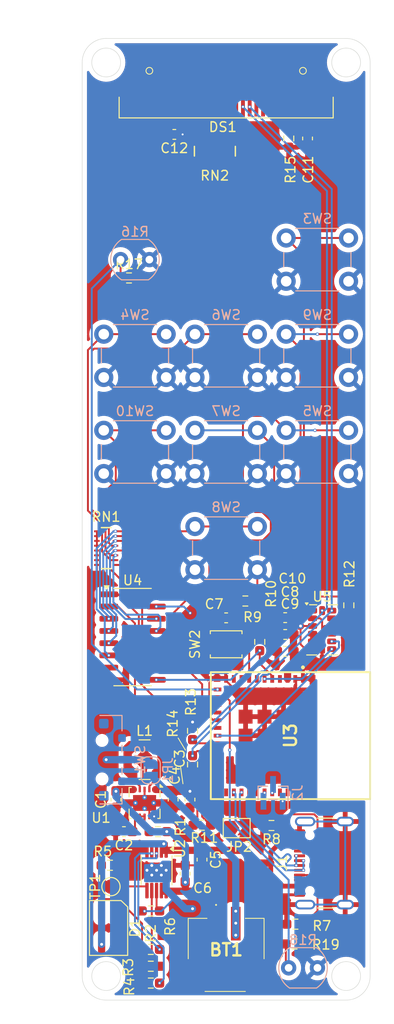
<source format=kicad_pcb>
(kicad_pcb (version 20240108) (generator "pcbnew") (generator_version "8.0")
  (layers (0 "F.Cu" mixed) (31 "B.Cu" mixed) (34 "B.Paste" user) (35 "F.Paste" user) (36 "B.SilkS" user "B.Silkscreen") (37 "F.SilkS" user "F.Silkscreen") (38 "B.Mask" user) (39 "F.Mask" user) (44 "Edge.Cuts" user))
  (net 0 "")
  (net 1 "GND")
  (net 2 "Net-(U1-EN)")
  (net 3 "+3V3")
  (net 4 "/V_{BUS}")
  (net 5 "Net-(U3-EN)")
  (net 6 "Net-(DS1-VCOMH)")
  (net 7 "Net-(D1-GK)")
  (net 8 "Net-(D1-BK)")
  (net 15 "Net-(DS1-IREF)")
  (net 22 "/SDA")
  (net 30 "/SCL")
  (net 31 "Net-(J1-CC1)")
  (net 32 "/D-")
  (net 33 "/D+")
  (net 34 "Net-(J1-CC2)")
  (net 35 "/RX")
  (net 36 "/TX")
  (net 37 "Net-(JP2-A)")
  (net 38 "Net-(U1-L2)")
  (net 39 "Net-(U1-L1)")
  (net 40 "/~{PG}")
  (net 41 "/STAT2")
  (net 42 "/STAT1")
  (net 43 "Net-(U2-PROG)")
  (net 44 "Net-(U2-THERM)")
  (net 45 "/Q7")
  (net 46 "/CP")
  (net 47 "Net-(U5-SDO{slash}ADDR)")
  (net 48 "/LDR1")
  (net 49 "/LDR2")
  (net 50 "/IRQ_{ON}")
  (net 51 "/SH{slash}~{LD}")
  (net 52 "/INT2")
  (net 53 "/INT1")
  (net 57 "Net-(DS1-~{RES})")
  (net 58 "Net-(DS1-BS2)")
  (net 59 "Net-(DS1-~{CS})")
  (net 60 "Net-(DS1-D{slash}~{C})")
  (net 61 "Net-(DS1-BS1)")
  (net 62 "Net-(U4-D1)")
  (net 63 "Net-(U4-D4)")
  (net 64 "Net-(U4-D2)")
  (net 65 "Net-(U4-D5)")
  (net 66 "Net-(U4-D7)")
  (net 67 "Net-(U4-D3)")
  (net 68 "Net-(U4-D6)")
  (net 69 "/V_{BAT}-")
  (net 70 "/V_{BAT}+")
  (net 77 "Net-(D1-BA)")
  (footprint "Jumper:SolderJumper-2_P1.3mm_Open_TrianglePad1.0x1.5mm" (layer "F.Cu") (at 78.6 114.615)
    (property "Reference" "JP2")
    (property "Value" "Boot_Mode")
  )
  (footprint "footprints:RES_YC248_4X1P6_YAG" (layer "F.Cu") (at 65 85.5)
    (property "Reference" "RN1")
    (property "Value" "YC248-JR-074K7L")
  )
  (footprint "Capacitor_SMD:C_0603_1608Metric_Pad1.08x0.95mm_HandSolder" (layer "F.Cu") (at 66.02 111.65 -90)
    (property "Reference" "C1")
    (property "Value" "10uF")
  )
  (footprint "Resistor_SMD:R_0603_1608Metric_Pad0.98x0.95mm_HandSolder" (layer "F.Cu") (at 69.65 127.23)
    (property "Reference" "R2")
    (property "Value" "100")
  )
  (footprint "Resistor_SMD:R_0603_1608Metric_Pad0.98x0.95mm_HandSolder" (layer "F.Cu") (at 82.22 114.345 180)
    (property "Reference" "R8")
    (property "Value" "5.1K")
  )
  (footprint "Package_SO:MSOP-10_3x3mm_P0.5mm" (layer "F.Cu") (at 70.25 119 -90)
    (property "Reference" "U2")
    (property "Value" "MCP73833-AMI/UN")
  )
  (footprint "Capacitor_SMD:C_0603_1608Metric_Pad1.08x0.95mm_HandSolder" (layer "F.Cu") (at 83.65 92.73 180)
    (property "Reference" "C10")
    (property "Value" "10uF")
  )
  (footprint "footprints:S2BPHSM4TBLFSN" (layer "F.Cu") (at 77.5 127.8 180)
    (property "Reference" "BT1")
    (property "Value" "Li-Po" (hide yes))
  )
  (footprint "Package_LGA:LGA-14_3x5mm_P0.8mm_LayoutBorder1x6y" (layer "F.Cu") (at 87.5 94)
    (property "Reference" "U5")
    (property "Value" "ADXL345BCCZ")
  )
  (footprint "Resistor_SMD:R_0603_1608Metric_Pad0.98x0.95mm_HandSolder" (layer "F.Cu") (at 90.28 91.445 90)
    (property "Reference" "R12")
    (property "Value" "4.7K")
  )
  (footprint "Resistor_SMD:R_0603_1608Metric_Pad0.98x0.95mm_HandSolder" (layer "F.Cu") (at 74 108 -90)
    (property "Reference" "R14")
    (property "Value" "4.7K")
  )
  (footprint "Resistor_SMD:R_0603_1608Metric_Pad0.98x0.95mm_HandSolder" (layer "F.Cu") (at 67.38 57.405)
    (property "Reference" "R17")
    (property "Value" "10K")
  )
  (footprint "Resistor_SMD:R_0603_1608Metric_Pad0.98x0.95mm_HandSolder" (layer "F.Cu") (at 69.65 128.98)
    (property "Reference" "R3")
    (property "Value" "100")
  )
  (footprint "Display:OLED-128O064D" (layer "F.Cu") (at 77.5 39.613)
    (property "Reference" "DS1")
    (property "Value" "OLED-128O064D")
  )
  (footprint "Custom:LED_MP001251_3.5x2.8mm" (layer "F.Cu") (at 65.25 125 90)
    (property "Reference" "D1")
    (property "Value" "MP001251")
  )
  (footprint "Capacitor_SMD:C_0603_1608Metric_Pad1.08x0.95mm_HandSolder" (layer "F.Cu") (at 71.98 111.65 -90)
    (property "Reference" "C4")
    (property "Value" "10uF")
  )
  (footprint "Button_Switch_SMD:SW_SPST_B3U-1000P" (layer "F.Cu") (at 77.5 95.5)
    (property "Reference" "SW2")
    (property "Value" "SW_Push")
  )
  (footprint "Resistor_SMD:R_0603_1608Metric_Pad0.98x0.95mm_HandSolder" (layer "F.Cu") (at 74 104.5 90)
    (property "Reference" "R13")
    (property "Value" "4.7K")
  )
  (footprint "Custom:L_Coilcraft_LPS4012" (layer "F.Cu") (at 69 107.5)
    (property "Reference" "L1")
    (property "Value" "LPS4012-222MRC")
  )
  (footprint "Resistor_SMD:R_0603_1608Metric_Pad0.98x0.95mm_HandSolder" (layer "F.Cu") (at 84.02 42.9 -90)
    (property "Reference" "R15")
    (property "Value" "24K")
  )
  (footprint "Capacitor_SMD:C_0603_1608Metric_Pad1.08x0.95mm_HandSolder" (layer "F.Cu") (at 77.5 92.75)
    (property "Reference" "C7")
    (property "Value" "0.1uF")
  )
  (footprint "Capacitor_SMD:C_0603_1608Metric_Pad1.08x0.95mm_HandSolder" (layer "F.Cu") (at 72.1 42.48 180)
    (property "Reference" "C12")
    (property "Value" "4.7uF")
  )
  (footprint "footprints:RES_YC248_4X1P6_YAG" (layer "F.Cu") (at 76.325 44.225 90)
    (property "Reference" "RN2")
    (property "Value" "YC248-JR-074K7L")
  )
  (footprint "Package_SON:Texas_DRC0010J_ThermalVias" (layer "F.Cu") (at 69 112 -90)
    (property "Reference" "U1")
    (property "Value" "TPS63001")
  )
  (footprint "Capacitor_SMD:C_0603_1608Metric_Pad1.08x0.95mm_HandSolder" (layer "F.Cu") (at 85.98 42.9 90)
    (property "Reference" "C11")
    (property "Value" "4.7uF")
  )
  (footprint "Resistor_SMD:R_0603_1608Metric_Pad0.98x0.95mm_HandSolder" (layer "F.Cu") (at 70.4 114.98 180)
    (property "Reference" "R1")
    (property "Value" "100")
  )
  (footprint "Capacitor_SMD:C_0603_1608Metric_Pad1.08x0.95mm_HandSolder" (layer "F.Cu") (at 73.23 119.35 90)
    (property "Reference" "C6")
    (property "Value" "1uF")
  )
  (footprint "Resistor_SMD:R_0603_1608Metric_Pad0.98x0.95mm_HandSolder" (layer "F.Cu") (at 69.65 123.23 180)
    (property "Reference" "R6")
    (property "Value" "10K")
  )
  (footprint "Resistor_SMD:R_0603_1608Metric_Pad0.98x0.95mm_HandSolder" (layer "F.Cu") (at 79.5 91 180)
    (property "Reference" "R9")
    (property "Value" "10K")
  )
  (footprint "Resistor_SMD:R_0603_1608Metric_Pad0.98x0.95mm_HandSolder" (layer "F.Cu") (at 69.65 130.73 180)
    (property "Reference" "R4")
    (property "Value" "150")
  )
  (footprint "Capacitor_SMD:C_0603_1608Metric_Pad1.08x0.95mm_HandSolder" (layer "F.Cu") (at 66.85 114.98 180)
    (property "Reference" "C2")
    (property "Value" "0.1uF")
  )
  (footprint "ESP32-C3-MINI-1-N4:ESP32C3MINI1N4" (layer "F.Cu") (at 81.5 105 -90)
    (property "Reference" "U3")
    (property "Value" "ESP32-C3-MINI-1-N4" (hide yes))
  )
  (footprint "Package_SO:SOIC-16_3.9x9.9mm_P1.27mm" (layer "F.Cu") (at 67.75 94.75)
    (property "Reference" "U4")
    (property "Value" "MC74HC165ADG")
  )
  (footprint "Capacitor_SMD:C_0603_1608Metric_Pad1.08x0.95mm_HandSolder" (layer "F.Cu") (at 83.65 94.48)
    (property "Reference" "C8")
    (property "Value" "10uF")
  )
  (footprint "Resistor_SMD:R_0603_1608Metric_Pad0.98x0.95mm_HandSolder" (layer "F.Cu") (at 84.63 126.665)
    (property "Reference" "R19")
    (property "Value" "10K")
  )
  (footprint "Capacitor_SMD:C_0603_1608Metric_Pad1.08x0.95mm_HandSolder" (layer "F.Cu") (at 83.65 96.23)
    (property "Reference" "C9")
    (property "Value" "0.1uF")
  )
  (footprint "Capacitor_SMD:C_0603_1608Metric_Pad1.08x0.95mm_HandSolder" (layer "F.Cu") (at 74.985 117.89 -90)
    (property "Reference" "C5")
    (property "Value" "1uF")
  )
  (footprint "Resistor_SMD:R_0603_1608Metric_Pad0.98x0.95mm_HandSolder" (layer "F.Cu") (at 84.72 124.605 180)
    (property "Reference" "R7")
    (property "Value" "5.1K")
  )
  (footprint "Resistor_SMD:R_0603_1608Metric_Pad0.98x0.95mm_HandSolder" (layer "F.Cu") (at 81 95.25 -90)
    (property "Reference" "R10")
    (property "Value" "10K")
  )
  (footprint "Connector_USB:USB_C_Receptacle_GCT_USB4105-xx-A_16P_TopMnt_Horizontal" (layer "F.Cu") (at 88.825 118.25 90)
    (property "Reference" "J1")
    (property "Value" "USB4105-GF-A")
  )
  (footprint "Resistor_SMD:R_0603_1608Metric_Pad0.98x0.95mm_HandSolder" (layer "F.Cu") (at 74.97 114.315)
    (property "Reference" "R11")
    (property "Value" "10K")
  )
  (footprint "TestPoint:TestPoint_Pad_D1.5mm" (layer "F.Cu") (at 65.5 120.7 90)
    (property "Reference" "TP1")
    (property "Value" "TestPoint")
  )
  (footprint "Capacitor_SMD:C_0603_1608Metric_Pad1.08x0.95mm_HandSolder" (layer "F.Cu") (at 73.73 111.65 -90)
    (property "Reference" "C3")
    (property "Value" "10uF")
  )
  (footprint "Resistor_SMD:R_0603_1608Metric_Pad0.98x0.95mm_HandSolder" (layer "F.Cu") (at 65.4 118.48)
    (property "Reference" "R5")
    (property "Value" "1K")
  )
  (footprint "Button_Switch_THT:SW_PUSH_6mm_H4.3mm" (layer "B.Cu") (at 90.25 53.25 180)
    (property "Reference" "SW3")
    (property "Value" "ON/OFF")
  )
  (footprint "OptoDevice:R_LDR_5.0x4.1mm_P3mm_Vertical" (layer "B.Cu") (at 87.01 129.145 180)
    (property "Reference" "R18")
    (property "Value" "LDR")
  )
  (footprint "Jumper:SolderJumper-2_P1.3mm_Open_RoundedPad1.0x1.5mm" (layer "B.Cu") (at 69.635 108.61 90)
    (property "Reference" "JP1")
    (property "Value" "EN_{PERM}")
  )
  (footprint "Button_Switch_THT:SW_PUSH_6mm_H4.3mm" (layer "B.Cu") (at 80.75 83.25 180)
    (property "Reference" "SW8")
    (property "Value" "DOWN")
  )
  (footprint "Button_Switch_THT:SW_PUSH_6mm_H4.3mm" (layer "B.Cu") (at 71.25 73.25 180)
    (property "Reference" "SW10")
    (property "Value" "RIGHT")
  )
  (footprint "Connector_PinHeader_1.00mm:PinHeader_1x03_P1.00mm_Vertical_SMD_Pin1Left" (layer "B.Cu") (at 82.385 110.95 90)
    (property "Reference" "J2")
    (property "Value" "Conn_UART")
  )
  (footprint "OptoDevice:R_LDR_5.0x4.1mm_P3mm_Vertical" (layer "B.Cu") (at 69.5 55.5 180)
    (property "Reference" "R16")
    (property "Value" "LDR")
  )
  (footprint "Button_Switch_THT:SW_PUSH_6mm_H4.3mm" (layer "B.Cu") (at 90.25 63.25 180)
    (property "Reference" "SW9")
    (property "Value" "BACK")
  )
  (footprint "Button_Switch_THT:SW_PUSH_6mm_H4.3mm" (layer "B.Cu") (at 90.25 73.25 180)
    (property "Reference" "SW5")
    (property "Value" "LEFT")
  )
  (footprint "Button_Switch_THT:SW_PUSH_6mm_H4.3mm" (layer "B.Cu") (at 80.75 63.25 180)
    (property "Reference" "SW6")
    (property "Value" "UP")
  )
  (footprint "Button_Switch_THT:SW_PUSH_6mm_H4.3mm" (layer "B.Cu") (at 71.25 63.25 180)
    (property "Reference" "SW4")
    (property "Value" "MENU")
  )
  (footprint "Button_Switch_THT:SW_PUSH_6mm_H4.3mm" (layer "B.Cu") (at 80.75 73.25 180)
    (property "Reference" "SW7")
    (property "Value" "OK")
  )
  (footprint "Custom:SW_SPDT_CK_JS102011SAQN" (layer "B.Cu") (at 64.75 107.5 90)
    (property "Reference" "SW1")
    (property "Value" "JS102000SAQN")
  )
  (gr_line (start 72.75 108.25) (end 73 110) (stroke (width 0.1)) (layer "F.SilkS"))
  (gr_line (start 72.5 105.25) (end 73.25 106.5) (stroke (width 0.1)) (layer "F.SilkS"))
  (gr_circle (center 90 35) (end 90 36.5) (stroke (width 0.05)) (fill none) (layer "Edge.Cuts"))
  (gr_line (start 65 132.5) (end 90 132.5) (stroke (width 0.05)) (layer "Edge.Cuts"))
  (gr_circle (center 90 130) (end 90 131.5) (stroke (width 0.05)) (fill none) (layer "Edge.Cuts"))
  (gr_circle (center 65 35) (end 65 36.5) (stroke (width 0.05)) (fill none) (layer "Edge.Cuts"))
  (gr_arc (start 62.5 35) (mid 63.232233 33.232233) (end 65 32.5) (stroke (width 0.05)) (layer "Edge.Cuts"))
  (gr_line (start 92.5 130) (end 92.5 35) (stroke (width 0.05)) (layer "Edge.Cuts"))
  (gr_line (start 90 32.5) (end 65 32.5) (stroke (width 0.05)) (layer "Edge.Cuts"))
  (gr_arc (start 90 32.5) (mid 91.767767 33.232233) (end 92.5 35) (stroke (width 0.05)) (layer "Edge.Cuts"))
  (gr_line (start 62.5 35) (end 62.5 130) (stroke (width 0.05)) (layer "Edge.Cuts"))
  (gr_arc (start 65 132.5) (mid 63.232233 131.767767) (end 62.5 130) (stroke (width 0.05)) (layer "Edge.Cuts"))
  (gr_circle (center 65 130) (end 65 131.5) (stroke (width 0.05)) (fill none) (layer "Edge.Cuts"))
  (gr_arc (start 92.5 130) (mid 91.767767 131.767767) (end 90 132.5) (stroke (width 0.05)) (layer "Edge.Cuts"))
  (segment (start 69 110.6) (end 69 111.425) (width 0.2) (layer "F.Cu") (net 1))
  (segment (start 76.075 46.175) (end 76 46.25) (width 0.2) (layer "F.Cu") (net 1))
  (segment (start 75.75 101.25) (end 75.75 99.5) (width 0.2) (layer "F.Cu") (net 1))
  (segment (start 87.25 94.4) (end 87.5 94.65) (width 0.2) (layer "F.Cu") (net 1))
  (segment (start 76.3 101.8) (end 75.75 101.25) (width 0.2) (layer "F.Cu") (net 1))
  (segment (start 73.23 118.4875) (end 74.72 118.4875) (width 0.2) (layer "F.Cu") (net 1))
  (segment (start 66.02 112.5125) (end 66.5325 112) (width 0.75) (layer "F.Cu") (net 1))
  (segment (start 76.075 45.1902) (end 76.075 46.175) (width 0.2) (layer "F.Cu") (net 1))
  (segment (start 77.5 99.3) (end 79.525 101.325) (width 0.2) (layer "F.Cu") (net 1))
  (segment (start 77.575 45.1902) (end 77.575 46.175) (width 0.2) (layer "F.Cu") (net 1))
  (segment (start 76.6 101.8) (end 76.3 101.8) (width 0.2) (layer "F.Cu") (net 1))
  (segment (start 87.5 93) (end 87.5 94.5) (width 0.2) (layer "F.Cu") (net 1))
  (segment (start 64.0348 88.2152) (end 64 88.25) (width 0.2) (layer "F.Cu") (net 1))
  (segment (start 89.65 93.6) (end 89.75 93.5) (width 0.2) (layer "F.Cu") (net 1))
  (segment (start 87.2 95.2) (end 87.5 95.5) (width 0.2) (layer "F.Cu") (net 1))
  (segment (start 75.75 99.5) (end 76.2 99.05) (width 0.2) (layer "F.Cu") (net 1))
  (segment (start 69.5 113.4) (end 69.5 112.5) (width 0.2) (layer "F.Cu") (net 1))
  (segment (start 64.0348 83.750001) (end 64.0348 88.2152) (width 0.2) (layer "F.Cu") (net 1))
  (segment (start 87.5 95.5) (end 87.5 96) (width 0.2) (layer "F.Cu") (net 1))
  (segment (start 69.5 112.5) (end 69 112) (width 0.2) (layer "F.Cu") (net 1))
  (segment (start 88.5 93.6) (end 87.75 93.6) (width 0.2) (layer "F.Cu") (net 1))
  (segment (start 88.5 93.6) (end 89.65 93.6) (width 0.2) (layer "F.Cu") (net 1))
  (segment (start 76.2 99.05) (end 76.55 99.05) (width 0.2) (layer "F.Cu") (net 1))
  (segment (start 68.7375 123.23) (end 68.98 123.23) (width 0.2) (layer "F.Cu") (net 1))
  (segment (start 87.5 94.5) (end 87.5 95) (width 0.2) (layer "F.Cu") (net 1))
  (segment (start 86.5 95.2) (end 87.2 95.2) (width 0.2) (layer "F.Cu") (net 1))
  (segment (start 68.98 123.23) (end 69 123.25) (width 0.2) (layer "F.Cu") (net 1))
  (segment (start 87.75 93.6) (end 87.5 93.85) (width 0.2) (layer "F.Cu") (net 1))
  (segment (start 87.3 92.8) (end 87.5 93) (width 0.2) (layer "F.Cu") (net 1))
  (segment (start 72.25 39.613) (end 72.25 41.25) (width 0.2) (layer "F.Cu") (net 1))
  (segment (start 79.525 101.325) (end 79.525 103.025) (width 0.2) (layer "F.Cu") (net 1))
  (segment (start 74.72 118.4875) (end 74.985 118.7525) (width 0.2) (layer "F.Cu") (net 1))
  (segment (start 78.074999 45.1902) (end 78.074999 46.175001) (width 0.2) (layer "F.Cu") (net 1))
  (segment (start 71.4675 112) (end 71.98 112.5125) (width 0.75) (layer "F.Cu") (net 1))
  (segment (start 77.575 46.175) (end 77.5 46.25) (width 0.2) (layer "F.Cu") (net 1))
  (segment (start 77.5 99.1) (end 77.5 99.3) (width 0.2) (layer "F.Cu") (net 1))
  (segment (start 66.5325 112) (end 68.05 112) (width 0.75) (layer "F.Cu") (net 1))
  (segment (start 87.5 95) (end 87.5 96) (width 0.2) (layer "F.Cu") (net 1))
  (segment (start 69.95 112) (end 71.4675 112) (width 0.75) (layer "F.Cu") (net 1))
  (segment (start 86.5 94.4) (end 87.25 94.4) (width 0.2) (layer "F.Cu") (net 1))
  (segment (start 87.5 93.85) (end 87.5 94.5) (width 0.2) (layer "F.Cu") (net 1))
  (segment (start 87.5 94.65) (end 87.5 95) (width 0.2) (layer "F.Cu") (net 1))
  (segment (start 68.25 116.8875) (end 69.05 116.8875) (width 0.75) (layer "F.Cu") (net 1))
  (segment (start 78.074999 46.175001) (end 78 46.25) (width 0.2) (layer "F.Cu") (net 1))
  (segment (start 86.5 92.8) (end 87.3 92.8) (width 0.2) (layer "F.Cu") (net 1))
  (via (at 70.75 119.5) (size 0.6) (drill 0.3) (layers "F.Cu" "B.Cu") (net 1))
  (via (at 65 107.5) (size 0.6) (drill 0.3) (layers "F.Cu" "B.Cu") (net 1))
  (via (at 69.75 119.5) (size 0.6) (drill 0.3) (layers "F.Cu" "B.Cu") (net 1))
  (via (at 70.25 119) (size 0.6) (drill 0.3) (layers "F.Cu" "B.Cu") (net 1))
  (via (at 69.75 118.5) (size 0.6) (drill 0.3) (layers "F.Cu" "B.Cu") (net 1))
  (via (at 73.75 92.25) (size 0.35) (drill 0.2) (layers "F.Cu" "B.Cu") (net 1))
  (via (at 70.75 118.5) (size 0.6) (drill 0.3) (layers "F.Cu" "B.Cu") (net 1))
  (via (at 74 123) (size 0.6) (drill 0.3) (layers "F.Cu" "B.Cu") (net 1))
  (via (at 69.25 119) (size 0.6) (drill 0.3) (layers "F.Cu" "B.Cu") (net 1))
  (via (at 69 123.25) (size 0.35) (drill 0.2) (layers "F.Cu" "B.Cu") (net 1))
  (via (at 71.25 119) (size 0.6) (drill 0.3) (layers "F.Cu" "B.Cu") (net 1))
  (via (at 83.385 111.825) (size 0.35) (drill 0.2) (layers "F.Cu" "B.Cu") (net 1))
  (via (at 70.225 91.575) (size 0.35) (drill 0.2) (layers "F.Cu" "B.Cu") (net 1))
  (segment (start 69 123.25) (end 70.75 123.25) (width 0.2) (layer "B.Cu") (net 1))
  (segment (start 71.25 119) (end 71.25 121) (width 0.75) (layer "B.Cu") (net 1))
  (segment (start 73.075 91.575) (end 73.75 92.25) (width 0.2) (layer "B.Cu") (net 1))
  (segment (start 85.72 113.93) (end 89.9 113.93) (width 0.2) (layer "B.Cu") (net 1))
  (segment (start 70.75 123.25) (end 72.125 121.875) (width 0.2) (layer "B.Cu") (net 1))
  (segment (start 73.25 123) (end 73.75 123) (width 0.75) (layer "B.Cu") (net 1))
  (segment (start 72.125 121.875) (end 73.25 123) (width 0.75) (layer "B.Cu") (net 1))
  (segment (start 66.65 107.5) (end 65 107.5) (width 0.75) (layer "B.Cu") (net 1))
  (segment (start 89.9 122.57) (end 89.9 113.93) (width 0.2) (layer "B.Cu") (net 1))
  (segment (start 69.175 107.5) (end 69.635 107.96) (width 0.75) (layer "B.Cu") (net 1))
  (segment (start 70.225 91.575) (end 73.075 91.575) (width 0.2) (layer "B.Cu") (net 1))
  (segment (start 73.75 123) (end 74 123) (width 0.75) (layer "B.Cu") (net 1))
  (segment (start 85.72 122.57) (end 89.9 122.57) (width 0.2) (layer "B.Cu") (net 1))
  (segment (start 71.25 121) (end 72.125 121.875) (width 0.75) (layer "B.Cu") (net 1))
  (segment (start 66.65 107.5) (end 69.175 107.5) (width 0.75) (layer "B.Cu") (net 1))
  (segment (start 69 114.4925) (end 69.4875 114.98) (width 0.2) (layer "F.Cu") (net 2))
  (segment (start 68 113.4) (end 69 113.4) (width 0.2) (layer "F.Cu") (net 2))
  (segment (start 68 114.6925) (end 68 113.4) (width 0.2) (layer "F.Cu") (net 2))
  (segment (start 69 113.4) (end 69 114.4925) (width 0.2) (layer "F.Cu") (net 2))
  (segment (start 67.7125 114.98) (end 68 114.6925) (width 0.2) (layer "F.Cu") (net 2))
  (segment (start 76.626901 44.25) (end 76 44.25) (width 0.2) (layer "F.Cu") (net 3))
  (segment (start 80.4125 93.75) (end 81 94.3375) (width 0.2) (layer "F.Cu") (net 3))
  (segment (start 75.574999 44.675001) (end 75.574999 45.1902) (width 0.2) (layer "F.Cu") (net 3))
  (segment (start 80.75 87.75) (end 80.75 90.6625) (width 0.2) (layer "F.Cu") (net 3))
  (segment (start 71.695 90.305) (end 74.25 87.75) (width 0.2) (layer "F.Cu") (net 3))
  (segment (start 85.25 93.6) (end 85.25 92.5) (width 0.2) (layer "F.Cu") (net 3))
  (segment (start 72.95 42.025) (end 72.95 39.613) (width 0.2) (layer "F.Cu") (net 3))
  (segment (start 73.73 110.7875) (end 73.7125 110.7875) (width 0.2) (layer "F.Cu") (net 3))
  (segment (start 73.73 110.7875) (end 71.98 110.7875) (width 0.75) (layer "F.Cu") (net 3))
  (segment (start 85.25 95.5) (end 85.75 96) (width 0.2) (layer "F.Cu") (net 3))
  (segment (start 70.225 90.305) (end 71.695 90.305) (width 0.2) (layer "F.Cu") (net 3))
  (segment (start 85.75 96) (end 86.5 96) (width 0.2) (layer "F.Cu") (net 3))
  (segment (start 84.5125 97.6375) (end 83.9 98.25) (width 0.75) (layer "F.Cu") (net 3))
  (segment (start 85.25 92.5) (end 85.25 91) (width 0.2) (layer "F.Cu") (net 3))
  (segment (start 84.5125 93.6) (end 85.25 93.6) (width 0.75) (layer "F.Cu") (net 3))
  (segment (start 74.0575 114.315) (end 74.5 113.8725) (width 0.2) (layer "F.Cu") (net 3))
  (segment (start 85.25 93.6) (end 86.5 93.6) (width 0.2) (layer "F.Cu") (net 3))
  (segment (start 74 108.9125) (end 74 110.5175) (width 0.75) (layer "F.Cu") (net 3))
  (segment (start 72.9625 42.48) (end 74.7325 44.25) (width 0.2) (layer "F.Cu") (net 3))
  (segment (start 84.5125 92.73) (end 84.5125 97.6375) (width 0.75) (layer "F.Cu") (net 3))
  (segment (start 72.9625 42.48) (end 72.9625 42.0375) (width 0.2) (layer "F.Cu") (net 3))
  (segment (start 85.25 93.6) (end 85.25 95.5) (width 0.2) (layer "F.Cu") (net 3))
  (segment (start 80.75 90.6625) (end 80.4125 91) (width 0.2) (layer "F.Cu") (net 3))
  (segment (start 76 44.25) (end 75.574999 44.675001) (width 0.2) (layer "F.Cu") (net 3))
  (segment (start 77.075001 44.6981) (end 76.626901 44.25) (width 0.2) (layer "F.Cu") (net 3))
  (segment (start 85.75 92) (end 86.5 92) (width 0.2) (layer "F.Cu") (net 3))
  (segment (start 74.7325 44.25) (end 76 44.25) (width 0.2) (layer "F.Cu") (net 3))
  (segment (start 85.7175 90.5325) (end 90.28 90.5325) (width 0.2) (layer "F.Cu") (net 3))
  (segment (start 85.25 92.5) (end 85.75 92) (width 0.2) (layer "F.Cu") (net 3))
  (segment (start 77.075001 45.1902) (end 77.075001 44.6981) (width 0.2) (layer "F.Cu") (net 3))
  (segment (start 74.5 113.8725) (end 74.5 111.5575) (width 0.2) (layer "F.Cu") (net 3))
  (segment (start 83.9 98.25) (end 83.9 99.1) (width 0.75) (layer "F.Cu") (net 3))
  (segment (start 74.5 111.5575) (end 73.73 110.7875) (width 0.2) (layer "F.Cu") (net 3))
  (segment (start 80.4125 91) (end 80.4125 93.75) (width 0.2) (layer "F.Cu") (net 3))
  (segment (start 74 110.5175) (end 73.73 110.7875) (width 0.75) (layer "F.Cu") (net 3))
  (segment (start 71.98 110.7875) (end 71.7925 110.6) (width 0.75) (layer "F.Cu") (net 3))
  (segment (start 85.25 91) (end 85.7175 90.5325) (width 0.2) (layer "F.Cu") (net 3))
  (segment (start 71.7925 110.6) (end 70.145 110.6) (width 0.75) (layer "F.Cu") (net 3))
  (segment (start 72.9625 42.0375) (end 72.95 42.025) (width 0.2) (layer "F.Cu") (net 3))
  (via (at 72.9625 42.48) (size 0.35) (drill 0.2) (layers "F.Cu" "B.Cu") (net 3))
  (via (at 85.25 93.6) (size 0.6) (drill 0.3) (layers "F.Cu" "B.Cu") (net 3))
  (via (at 73.73 110.7875) (size 0.6) (drill 0.3) (layers "F.Cu" "B.Cu") (net 3))
  (via (at 74 103.5875) (size 0.6) (drill 0.3) (layers "F.Cu" "B.Cu") (net 3))
  (via (at 70 113.4) (size 0.35) (drill 0.2) (layers "F.Cu" "B.Cu") (net 3))
  (segment (start 82.14617 118.25) (end 82.14617 119.39617) (width 0.5) (layer "F.Cu") (net 4))
  (segment (start 82.14617 118.25) (end 82.14617 117.10383) (width 0.5) (layer "F.Cu") (net 4))
  (segment (start 82.14617 117.10383) (end 83.4 115.85) (width 0.5) (layer "F.Cu") (net 4))
  (segment (start 83.4 120.65) (end 85.145 120.65) (width 0.5) (layer "F.Cu") (net 4))
  (segment (start 80.75 118.25) (end 79.425 116.925) (width 0.75) (layer "F.Cu") (net 4))
  (segment (start 79.425 116.925) (end 70.95 116.925) (width 0.75) (layer "F.Cu") (net 4))
  (segment (start 71 116.25) (end 71 116.875) (width 0.75) (layer "F.Cu") (net 4))
  (segment (start 82.14617 118.25) (end 80.75 118.25) (width 0.75) (layer "F.Cu") (net 4))
  (segment (start 83.4 115.85) (end 85.145 115.85) (width 0.5) (layer "F.Cu") (net 4))
  (segment (start 82.14617 119.39617) (end 83.4 120.65) (width 0.5) (layer "F.Cu") (net 4))
  (via (at 71 116.25) (size 0.6) (drill 0.3) (layers "F.Cu" "B.Cu") (net 4))
  (via (at 64.525 126.7) (size 0.6) (drill 0.3) (layers "F.Cu" "B.Cu") (net 4))
  (segment (start 64.525 126.7) (end 64.525 117.225) (width 0.75) (layer "B.Cu") (net 4))
  (segment (start 64.525 117.225) (end 65.5 116.25) (width 0.75) (layer "B.Cu") (net 4))
  (segment (start 65.5 116.25) (end 71 116.25) (width 0.75) (layer "B.Cu") (net 4))
  (segment (start 78.3625 92.75) (end 78.3625 94.6625) (width 0.2) (layer "F.Cu") (net 5))
  (segment (start 79.2 95.5) (end 79.9 96.2) (width 0.2) (layer "F.Cu") (net 5))
  (segment (start 78.5875 92.525) (end 78.3625 92.75) (width 0.2) (layer "F.Cu") (net 5))
  (segment (start 78.3625 94.6625) (end 79.2 95.5) (width 0.2) (layer "F.Cu") (net 5))
  (segment (start 79.9 96.2) (end 79.9 99.1) (width 0.2) (layer "F.Cu") (net 5))
  (segment (start 78.5875 91) (end 78.5875 92.525) (width 0.2) (layer "F.Cu") (net 5))
  (segment (start 85.55 39.613) (end 85.55 41.6075) (width 0.2) (layer "F.Cu") (net 6))
  (segment (start 85.55 41.6075) (end 85.98 42.0375) (width 0.2) (layer "F.Cu") (net 6))
  (segment (start 65.975 127.9675) (end 68.7375 130.73) (width 0.2) (layer "F.Cu") (net 7))
  (segment (start 65.975 126.7) (end 65.975 127.9675) (width 0.2) (layer "F.Cu") (net 7))
  (segment (start 67 127.2425) (end 68.7375 128.98) (width 0.2) (layer "F.Cu") (net 8))
  (segment (start 67 124.325) (end 67 127.2425) (width 0.2) (layer "F.Cu") (net 8))
  (segment (start 65.975 123.3) (end 67 124.325) (width 0.2) (layer "F.Cu") (net 8))
  (segment (start 84.85 39.613) (end 84.85 41.1575) (width 0.2) (layer "F.Cu") (net 15))
  (segment (start 84.85 41.1575) (end 84.02 41.9875) (width 0.2) (layer "F.Cu") (net 15))
  (segment (start 74 107.0875) (end 74 107.0875) (width 0.2) (layer "F.Cu") (net 22))
  (segment (start 74 107.0875) (end 74.4875 106.6) (width 0.2) (layer "F.Cu") (net 22))
  (segment (start 74.4875 106.6) (end 76.6 106.6) (width 0.2) (layer "F.Cu") (net 22))
  (via (at 74 107.0875) (size 0.35) (drill 0.2) (layers "F.Cu" "B.Cu") (net 22))
  (via (at 88.5 92) (size 0.35) (drill 0.2) (layers "F.Cu" "B.Cu") (net 22))
  (via (at 79.95 39.613) (size 0.35) (drill 0.2) (layers "F.Cu" "B.Cu") (net 22))
  (segment (start 81.825 98.675) (end 88.5 92) (width 0.2) (layer "B.Cu") (net 22))
  (segment (start 81.075 99.276041) (end 81.075 98.923958) (width 0.2) (layer "B.Cu") (net 22))
  (segment (start 81.323958 98.675) (end 81.825 98.675) (width 0.2) (layer "B.Cu") (net 22))
  (segment (start 74 107.0875) (end 74 106.351041) (width 0.2) (layer "B.Cu") (net 22))
  (segment (start 88.5 48.163) (end 79.95 39.613) (width 0.2) (layer "B.Cu") (net 22))
  (segment (start 88.5 92) (end 88.5 48.163) (width 0.2) (layer "B.Cu") (net 22))
  (segment (start 81.075 98.923958) (end 81.323958 98.675) (width 0.2) (layer "B.Cu") (net 22))
  (segment (start 74 106.351041) (end 81.075 99.276041) (width 0.2) (layer "B.Cu") (net 22))
  (segment (start 74 105.4125) (end 74.3875 105.8) (width 0.2) (layer "F.Cu") (net 30))
  (segment (start 74.3875 105.8) (end 76.6 105.8) (width 0.2) (layer "F.Cu") (net 30))
  (via (at 79.25 39.613) (size 0.35) (drill 0.2) (layers "F.Cu" "B.Cu") (net 30))
  (via (at 87.5 92) (size 0.35) (drill 0.2) (layers "F.Cu" "B.Cu") (net 30))
  (via (at 74 105.4125) (size 0.35) (drill 0.2) (layers "F.Cu" "B.Cu") (net 30))
  (segment (start 81.425 98.325) (end 87.5 92.25) (width 0.2) (layer "B.Cu") (net 30))
  (segment (start 88 91.75) (end 87.75 92) (width 0.2) (layer "B.Cu") (net 30))
  (segment (start 74.3375 105.4125) (end 80.725 99.025) (width 0.2) (layer "B.Cu") (net 30))
  (segment (start 87.75 92) (end 87.5 92) (width 0.2) (layer "B.Cu") (net 30))
  (segment (start 74 105.4125) (end 74.3375 105.4125) (width 0.2) (layer "B.Cu") (net 30))
  (segment (start 80.725 98.775) (end 81.175 98.325) (width 0.2) (layer "B.Cu") (net 30))
  (segment (start 87.5 92.25) (end 87.5 92) (width 0.2) (layer "B.Cu") (net 30))
  (segment (start 79.25 39.613) (end 88 48.363) (width 0.2) (layer "B.Cu") (net 30))
  (segment (start 88 48.363) (end 88 91.75) (width 0.2) (layer "B.Cu") (net 30))
  (segment (start 80.725 99.025) (end 80.725 98.775) (width 0.2) (layer "B.Cu") (net 30))
  (segment (start 81.175 98.325) (end 81.425 98.325) (width 0.2) (layer "B.Cu") (net 30))
  (segment (start 87.02 123.2175) (end 87.02 120.52) (width 0.2) (layer "F.Cu") (net 31))
  (segment (start 86 119.5) (end 85.145 119.5) (width 0.2) (layer "F.Cu") (net 31))
  (segment (start 87.02 120.52) (end 86 119.5) (width 0.2) (layer "F.Cu") (net 31))
  (segment (start 85.6325 124.605) (end 87.02 123.2175) (width 0.2) (layer "F.Cu") (net 31))
  (via (at 85.55 118) (size 0.35) (drill 0.2) (layers "F.Cu" "B.Cu") (net 32))
  (via (at 78.3 110.9) (size 0.35) (drill 0.2) (layers "F.Cu" "B.Cu") (net 32))
  (via (at 85.55 119) (size 0.35) (drill 0.2) (layers "F.Cu" "B.Cu") (net 32))
  (segment (start 83.6818 119) (end 85.55 119) (width 0.2) (layer "B.Cu") (net 32))
  (segment (start 85.55 118) (end 85.55 119) (width 0.2) (layer "B.Cu") (net 32))
  (segment (start 78.474999 111.074999) (end 78.474999 113.793199) (width 0.2) (layer "B.Cu") (net 32))
  (segment (start 78.3 110.9) (end 78.474999 111.074999) (width 0.2) (layer "B.Cu") (net 32))
  (segment (start 78.474999 113.793199) (end 83.6818 119) (width 0.2) (layer "B.Cu") (net 32))
  (via (at 84.8 117.5) (size 0.35) (drill 0.2) (layers "F.Cu" "B.Cu") (net 33))
  (via (at 84.8 118.5) (size 0.35) (drill 0.2) (layers "F.Cu" "B.Cu") (net 33))
  (via (at 79.1 110.9) (size 0.35) (drill 0.2) (layers "F.Cu" "B.Cu") (net 33))
  (segment (start 82.590089 117.271889) (end 78.925001 113.606801) (width 0.2) (layer "B.Cu") (net 33))
  (segment (start 84.113863 118.5) (end 83.8182 118.5) (width 0.2) (layer "B.Cu") (net 33))
  (segment (start 78.925001 111.074999) (end 79.1 110.9) (width 0.2) (layer "B.Cu") (net 33))
  (segment (start 84.8 118.5) (end 84.113863 118.5) (width 0.2) (layer "B.Cu") (net 33))
  (segment (start 83.736287 117.393971) (end 83.393934 117.736323) (width 0.2) (layer "B.Cu") (net 33))
  (segment (start 84.8 117.5) (end 84.8 118.5) (width 0.2) (layer "B.Cu") (net 33))
  (segment (start 82.969671 117.651471) (end 82.590089 117.271889) (width 0.2) (layer "B.Cu") (net 33))
  (segment (start 78.925001 113.606801) (end 78.925001 111.074999) (width 0.2) (layer "B.Cu") (net 33))
  (segment (start 84.160552 117.478824) (end 84.075699 117.393971) (width 0.2) (layer "B.Cu") (net 33))
  (segment (start 83.054523 117.736323) (end 82.969671 117.651471) (width 0.2) (layer "B.Cu") (net 33))
  (segment (start 83.8182 118.160588) (end 84.160552 117.818235) (width 0.2) (layer "B.Cu") (net 33))
  (arc (start 83.393934 117.736323) (mid 83.224228 117.806618) (end 83.054523 117.736323) (width 0.2) (layer "B.Cu") (net 33))
  (arc (start 83.8182 118.5) (mid 83.747905 118.330294) (end 83.8182 118.160588) (width 0.2) (layer "B.Cu") (net 33))
  (arc (start 84.160552 117.818235) (mid 84.230847 117.648529) (end 84.160552 117.478824) (width 0.2) (layer "B.Cu") (net 33))
  (arc (start 84.075699 117.393971) (mid 83.905993 117.323676) (end 83.736287 117.393971) (width 0.2) (layer "B.Cu") (net 33))
  (segment (start 84.2975 113.18) (end 83.1325 114.345) (width 0.2) (layer "F.Cu") (net 34))
  (segment (start 87.02 113.52) (end 86.68 113.18) (width 0.2) (layer "F.Cu") (net 34))
  (segment (start 86.68 113.18) (end 84.2975 113.18) (width 0.2) (layer "F.Cu") (net 34))
  (segment (start 87.02 115.408528) (end 87.02 113.52) (width 0.2) (layer "F.Cu") (net 34))
  (segment (start 85.928528 116.5) (end 87.02 115.408528) (width 0.2) (layer "F.Cu") (net 34))
  (segment (start 85.145 116.5) (end 85.928528 116.5) (width 0.2) (layer "F.Cu") (net 34))
  (via (at 81.5 110.95) (size 0.35) (drill 0.2) (layers "F.Cu" "B.Cu") (net 35))
  (via (at 82.3 110.95) (size 0.35) (drill 0.2) (layers "F.Cu" "B.Cu") (net 36))
  (segment (start 77.865 114.615) (end 75.5 112.25) (width 0.2) (layer "F.Cu") (net 37))
  (segment (start 75.5 112.25) (end 75.5 109.9) (width 0.2) (layer "F.Cu") (net 37))
  (segment (start 75.5 109.9) (end 76.4 109) (width 0.2) (layer "F.Cu") (net 37))
  (segment (start 77.875 114.615) (end 77.865 114.615) (width 0.2) (layer "F.Cu") (net 37))
  (segment (start 76.4 109) (end 76.6 109) (width 0.2) (layer "F.Cu") (net 37))
  (segment (start 69.5 110.25) (end 70.765 108.985) (width 0.2) (layer "F.Cu") (net 38))
  (segment (start 70.765 108.985) (end 70.765 107.5) (width 0.2) (layer "F.Cu") (net 38))
  (segment (start 69.5 110.6) (end 69.5 110.25) (width 0.2) (layer "F.Cu") (net 38))
  (segment (start 68.5 110.6) (end 68.5 110.25) (width 0.2) (layer "F.Cu") (net 39))
  (segment (start 68.5 110.25) (end 67.235 108.985) (width 0.2) (layer "F.Cu") (net 39))
  (segment (start 67.235 108.985) (end 67.235 107.5) (width 0.2) (layer "F.Cu") (net 39))
  (segment (start 69.75 116.8875) (end 69.75 117.25) (width 0.2) (layer "F.Cu") (net 40))
  (via (at 70.5625 127.23) (size 0.35) (drill 0.2) (layers "F.Cu" "B.Cu") (net 40))
  (via (at 69.75 117.25) (size 0.35) (drill 0.2) (layers "F.Cu" "B.Cu") (net 40))
  (segment (start 68 117.75) (end 68.5 117.25) (width 0.2) (layer "B.Cu") (net 40))
  (segment (start 68 124.6675) (end 68 117.75) (width 0.2) (layer "B.Cu") (net 40))
  (segment (start 70.5625 127.23) (end 68 124.6675) (width 0.2) (layer "B.Cu") (net 40))
  (segment (start 68.5 117.25) (end 69.75 117.25) (width 0.2) (layer "B.Cu") (net 40))
  (segment (start 69.75 121.1125) (end 69.75 128.655) (width 0.2) (layer "F.Cu") (net 41))
  (segment (start 70.075 128.98) (end 70.5625 128.98) (width 0.2) (layer "F.Cu") (net 41))
  (segment (start 69.75 128.655) (end 70.075 128.98) (width 0.2) (layer "F.Cu") (net 41))
  (segment (start 70.25 116.8875) (end 70.25 117.25) (width 0.2) (layer "F.Cu") (net 42))
  (via (at 70.25 117.25) (size 0.35) (drill 0.2) (layers "F.Cu" "B.Cu") (net 42))
  (via (at 70.5625 130.73) (size 0.35) (drill 0.2) (layers "F.Cu" "B.Cu") (net 42))
  (segment (start 70.25 117.75) (end 70.25 117.25) (width 0.2) (layer "B.Cu") (net 42))
  (segment (start 68.35 124.416459) (end 68.35 118.15) (width 0.2) (layer "B.Cu") (net 42))
  (segment (start 68.35 118.15) (end 68.75 117.75) (width 0.2) (layer "B.Cu") (net 42))
  (segment (start 71 130.2925) (end 71 127.418541) (width 0.2) (layer "B.Cu") (net 42))
  (segment (start 70.5625 130.73) (end 71 130.2925) (width 0.2) (layer "B.Cu") (net 42))
  (segment (start 71 127.418541) (end 70.9875 127.406041) (width 0.2) (layer "B.Cu") (net 42))
  (segment (start 68.75 117.75) (end 70.25 117.75) (width 0.2) (layer "B.Cu") (net 42))
  (segment (start 70.9875 127.053959) (end 68.35 124.416459) (width 0.2) (layer "B.Cu") (net 42))
  (segment (start 70.9875 127.406041) (end 70.9875 127.053959) (width 0.2) (layer "B.Cu") (net 42))
  (segment (start 65.5 120.7) (end 65.45 120.7) (width 0.2) (layer "F.Cu") (net 43))
  (segment (start 65.5225 120.6775) (end 65.5 120.7) (width 0.2) (layer "F.Cu") (net 43))
  (segment (start 65.45 120.7) (end 64.4875 119.7375) (width 0.2) (layer "F.Cu") (net 43))
  (segment (start 69.2 120.6775) (end 65.5225 120.6775) (width 0.2) (layer "F.Cu") (net 43))
  (segment (start 64.4875 119.7375) (end 64.4875 118.48) (width 0.2) (layer "F.Cu") (net 43))
  (segment (start 70.5625 123.23) (end 70.25 122.9175) (width 0.2) (layer "F.Cu") (net 44))
  (segment (start 70.25 122.9175) (end 70.25 121.1125) (width 0.2) (layer "F.Cu") (net 44))
  (segment (start 81 96.1625) (end 81 97.5) (width 0.2) (layer "F.Cu") (net 45))
  (segment (start 81 97.5) (end 82.3 98.8) (width 0.2) (layer "F.Cu") (net 45))
  (segment (start 82.3 98.8) (end 82.3 99.1) (width 0.2) (layer "F.Cu") (net 45))
  (via (at 70.225 99.195) (size 0.35) (drill 0.2) (layers "F.Cu" "B.Cu") (net 45))
  (via (at 81 96.1625) (size 0.35) (drill 0.2) (layers "F.Cu" "B.Cu") (net 45))
  (segment (start 70.225 99.195) (end 77.9675 99.195) (width 0.2) (layer "B.Cu") (net 45))
  (segment (start 77.9675 99.195) (end 81 96.1625) (width 0.2) (layer "B.Cu") (net 45))
  (segment (start 65.275 91.575) (end 66.249999 91.575) (width 0.2) (layer "F.Cu") (net 46))
  (segment (start 72.65 107) (end 72.65 107.415984) (width 0.2) (layer "F.Cu") (net 46))
  (segment (start 75.8825 114.315) (end 75 113.4325) (width 0.2) (layer "F.Cu") (net 46))
  (segment (start 68 102.35) (end 72.65 107) (width 0.2) (layer "F.Cu") (net 46))
  (segment (start 73.409016 108.175) (end 76.575 108.175) (width 0.2) (layer "F.Cu") (net 46))
  (segment (start 72.65 107.415984) (end 73.409016 108.175) (width 0.2) (layer "F.Cu") (net 46))
  (segment (start 66.249999 91.575) (end 68 93.325001) (width 0.2) (layer "F.Cu") (net 46))
  (segment (start 75 113.4325) (end 75 109.25) (width 0.2) (layer "F.Cu") (net 46))
  (segment (start 68 93.325001) (end 68 102.35) (width 0.2) (layer "F.Cu") (net 46))
  (segment (start 76.575 108.175) (end 76.6 108.2) (width 0.2) (layer "F.Cu") (net 46))
  (segment (start 75 109.25) (end 76.05 108.2) (width 0.2) (layer "F.Cu") (net 46))
  (segment (start 76.05 108.2) (end 76.6 108.2) (width 0.2) (layer "F.Cu") (net 46))
  (segment (start 90.28 92.3575) (end 89.8375 92.8) (width 0.2) (layer "F.Cu") (net 47))
  (segment (start 89.8375 92.8) (end 88.5 92.8) (width 0.2) (layer "F.Cu") (net 47))
  (segment (start 66.5 57.3725) (end 66.4675 57.405) (width 0.2) (layer "F.Cu") (net 48))
  (segment (start 66.5 55.5) (end 66.5 57.3725) (width 0.2) (layer "F.Cu") (net 48))
  (via (at 76.6 100.2) (size 0.35) (drill 0.2) (layers "F.Cu" "B.Cu") (net 48))
  (segment (start 68.218959 100.2) (end 76.6 100.2) (width 0.2) (layer "B.Cu") (net 48))
  (segment (start 66.5 55.5) (end 63.5 58.5) (width 0.2) (layer "B.Cu") (net 48))
  (segment (start 63.5 58.5) (end 63.5 95.481041) (width 0.2) (layer "B.Cu") (net 48))
  (segment (start 63.5 95.481041) (end 68.218959 100.2) (width 0.2) (layer "B.Cu") (net 48))
  (segment (start 77.875 106.5) (end 77.875 101.375) (width 0.2) (layer "F.Cu") (net 49))
  (segment (start 83.7175 126.665) (end 83.7175 128.8525) (width 0.2) (layer "F.Cu") (net 49))
  (segment (start 77.875 101.375) (end 77.5 101) (width 0.2) (layer "F.Cu") (net 49))
  (segment (start 83.7175 128.8525) (end 84.01 129.145) (width 0.2) (layer "F.Cu") (net 49))
  (segment (start 77.5 101) (end 76.6 101) (width 0.2) (layer "F.Cu") (net 49))
  (via (at 77.875 106.5) (size 0.35) (drill 0.2) (layers "F.Cu" "B.Cu") (net 49))
  (segment (start 84.01 120.01) (end 84.01 129.145) (width 0.2) (layer "B.Cu") (net 49))
  (segment (start 77.875 106.5) (end 77.875 113.875) (width 0.2) (layer "B.Cu") (net 49))
  (segment (start 77.875 113.875) (end 84.01 120.01) (width 0.2) (layer "B.Cu") (net 49))
  (segment (start 83.75 53.25) (end 90.25 53.25) (width 0.2) (layer "F.Cu") (net 50))
  (segment (start 83.75 53.25) (end 85.6 55.1) (width 0.2) (layer "F.Cu") (net 50))
  (segment (start 72 96.655) (end 71.199999 96.655) (width 0.2) (layer "F.Cu") (net 50))
  (segment (start 85.5 85.75) (end 72 85.75) (width 0.2) (layer "F.Cu") (net 50))
  (segment (start 75.75 88.5) (end 72 92.25) (width 0.2) (layer "F.Cu") (net 50))
  (segment (start 75.75 87.017766) (end 75.75 88.5) (width 0.2) (layer "F.Cu") (net 50))
  (segment (start 72 92.25) (end 72 96.655) (width 0.2) (layer "F.Cu") (net 50))
  (segment (start 72 85.75) (end 74.482234 85.75) (width 0.2) (layer "F.Cu") (net 50))
  (segment (start 76.15 103.4) (end 76.6 103.4) (width 0.2) (layer "F.Cu") (net 50))
  (segment (start 74.482234 85.75) (end 75.75 87.017766) (width 0.2) (layer "F.Cu") (net 50))
  (segment (start 85.6 85.65) (end 85.5 85.75) (width 0.2) (layer "F.Cu") (net 50))
  (segment (start 75 99.655) (end 75 102.25) (width 0.2) (layer "F.Cu") (net 50))
  (segment (start 72 85.75) (end 68 85.75) (width 0.2) (layer "F.Cu") (net 50))
  (segment (start 70.225 96.655) (end 71.199999 96.655) (width 0.2) (layer "F.Cu") (net 50))
  (segment (start 66.500001 87.249999) (end 65.9652 87.249999) (width 0.2) (layer "F.Cu") (net 50))
  (segment (start 72 96.655) (end 75 99.655) (width 0.2) (layer "F.Cu") (net 50))
  (segment (start 85.6 55.1) (end 85.6 85.65) (width 0.2) (layer "F.Cu") (net 50))
  (segment (start 75 102.25) (end 76.15 103.4) (width 0.2) (layer "F.Cu") (net 50))
  (segment (start 68 85.75) (end 66.500001 87.249999) (width 0.2) (layer "F.Cu") (net 50))
  (segment (start 76 107.4) (end 76.6 107.4) (width 0.2) (layer "F.Cu") (net 51))
  (segment (start 73 107.27101) (end 73.55399 107.825) (width 0.2) (layer "F.Cu") (net 51))
  (segment (start 68.4 99.4) (end 73 104) (width 0.2) (layer "F.Cu") (net 51))
  (segment (start 73.55399 107.825) (end 75.575 107.825) (width 0.2) (layer "F.Cu") (net 51))
  (segment (start 75.575 107.825) (end 76 107.4) (width 0.2) (layer "F.Cu") (net 51))
  (segment (start 68.4 92.455001) (end 68.4 99.4) (width 0.2) (layer "F.Cu") (net 51))
  (segment (start 73 104) (end 73 107.27101) (width 0.2) (layer "F.Cu") (net 51))
  (segment (start 66.249999 90.305) (end 68.4 92.455001) (width 0.2) (layer "F.Cu") (net 51))
  (segment (start 65.275 90.305) (end 66.249999 90.305) (width 0.2) (layer "F.Cu") (net 51))
  (via (at 88.5 95.2) (size 0.35) (drill 0.2) (layers "F.Cu" "B.Cu") (net 52))
  (via (at 76.6 105) (size 0.35) (drill 0.2) (layers "F.Cu" "B.Cu") (net 52))
  (segment (start 80.101041 105) (end 89.25 95.851041) (width 0.2) (layer "B.Cu") (net 52))
  (segment (start 89.25 95.25) (end 89.2 95.2) (width 0.2) (layer "B.Cu") (net 52))
  (segment (start 89.25 95.851041) (end 89.25 95.25) (width 0.2) (layer "B.Cu") (net 52))
  (segment (start 89.2 95.2) (end 88.5 95.2) (width 0.2) (layer "B.Cu") (net 52))
  (segment (start 76.6 105) (end 80.101041 105) (width 0.2) (layer "B.Cu") (net 52))
  (via (at 88.5 96) (size 0.35) (drill 0.2) (layers "F.Cu" "B.Cu") (net 53))
  (via (at 81.5 99.1) (size 0.35) (drill 0.2) (layers "F.Cu" "B.Cu") (net 53))
  (segment (start 81.5 99.1) (end 85.4 99.1) (width 0.2) (layer "B.Cu") (net 53))
  (segment (start 85.4 99.1) (end 88.5 96) (width 0.2) (layer "B.Cu") (net 53))
  (segment (start 76.45 41.746126) (end 77.575 42.871126) (width 0.2) (layer "F.Cu") (net 57))
  (segment (start 76.45 39.613) (end 76.45 41.746126) (width 0.2) (layer "F.Cu") (net 57))
  (segment (start 77.575 42.871126) (end 77.575 43.2598) (width 0.2) (layer "F.Cu") (net 57))
  (segment (start 75.05 39.613) (end 75.05 41.846126) (width 0.2) (layer "F.Cu") (net 58))
  (segment (start 76.075 42.871126) (end 76.075 43.2598) (width 0.2) (layer "F.Cu") (net 58))
  (segment (start 75.05 41.846126) (end 76.075 42.871126) (width 0.2) (layer "F.Cu") (net 58))
  (segment (start 75.75 41.5411) (end 77.075001 42.866101) (width 0.2) (layer "F.Cu") (net 59))
  (segment (start 75.75 39.613) (end 75.75 41.5411) (width 0.2) (layer "F.Cu") (net 59))
  (segment (start 77.075001 42.866101) (end 77.075001 43.2598) (width 0.2) (layer "F.Cu") (net 59))
  (segment (start 78.074999 42.876151) (end 78.074999 43.2598) (width 0.2) (layer "F.Cu") (net 60))
  (segment (start 77.15 41.951152) (end 78.074999 42.876151) (width 0.2) (layer "F.Cu") (net 60))
  (segment (start 77.15 39.613) (end 77.15 41.951152) (width 0.2) (layer "F.Cu") (net 60))
  (segment (start 75.574999 42.866099) (end 75.574999 43.2598) (width 0.2) (layer "F.Cu") (net 61))
  (segment (start 74.35 39.613) (end 74.35 41.6411) (width 0.2) (layer "F.Cu") (net 61))
  (segment (start 74.35 41.6411) (end 75.574999 42.866099) (width 0.2) (layer "F.Cu") (net 61))
  (segment (start 64.5769 83.0769) (end 63.1 81.6) (width 0.2) (layer "F.Cu") (net 62))
  (segment (start 68.75 95) (end 69.135 95.385) (width 0.2) (layer "F.Cu") (net 62))
  (segment (start 65.478125 86.75) (end 64.5769 85.848775) (width 0.2) (layer "F.Cu") (net 62))
  (segment (start 65.4231 87.6731) (end 68.75 91) (width 0.2) (layer "F.Cu") (net 62))
  (segment (start 65.9652 86.75) (end 65.478125 86.75) (width 0.2) (layer "F.Cu") (net 62))
  (segment (start 68.75 91) (end 68.75 95) (width 0.2) (layer "F.Cu") (net 62))
  (segment (start 65.478125 86.75) (end 65.4231 86.805025) (width 0.2) (layer "F.Cu") (net 62))
  (segment (start 64.5769 85.848775) (end 64.5769 83.0769) (width 0.2) (layer "F.Cu") (net 62))
  (segment (start 69.135 95.385) (end 70.225 95.385) (width 0.2) (layer "F.Cu") (net 62))
  (segment (start 63.1 64.9) (end 64.75 63.25) (width 0.2) (layer "F.Cu") (net 62))
  (segment (start 63.1 81.6) (end 63.1 64.9) (width 0.2) (layer "F.Cu") (net 62))
  (segment (start 65.4231 86.805025) (end 65.4231 87.6731) (width 0.2) (layer "F.Cu") (net 62))
  (segment (start 64.75 63.25) (end 71.25 63.25) (width 0.2) (layer "F.Cu") (net 62))
  (segment (start 81.25 81.75) (end 80.5 81.75) (width 0.2) (layer "F.Cu") (net 63))
  (segment (start 82.15 83.858884) (end 82.15 82.65) (width 0.2) (layer "F.Cu") (net 63))
  (segment (start 80.5 81.75) (end 79.25 80.5) (width 0.2) (layer "F.Cu") (net 63))
  (segment (start 79.25 80.5) (end 79.25 72.5) (width 0.2) (layer "F.Cu") (net 63))
  (segment (start 79.25 72.5) (end 80 71.75) (width 0.2) (layer "F.Cu") (net 63))
  (segment (start 86.75 73.25) (end 90.25 73.25) (width 0.2) (layer "F.Cu") (net 63))
  (segment (start 67.812324 84.7) (end 81.308884 84.7) (width 0.2) (layer "F.Cu") (net 63))
  (segment (start 65.9652 84.25) (end 67.362324 84.25) (width 0.2) (layer "F.Cu") (net 63))
  (segment (start 82.25 71.75) (end 83.75 73.25) (width 0.2) (layer "F.Cu") (net 63))
  (segment (start 82.15 82.65) (end 81.25 81.75) (width 0.2) (layer "F.Cu") (net 63))
  (segment (start 80 71.75) (end 82.25 71.75) (width 0.2) (layer "F.Cu") (net 63))
  (segment (start 67.362324 84.25) (end 67.812324 84.7) (width 0.2) (layer "F.Cu") (net 63))
  (segment (start 81.308884 84.7) (end 82.15 83.858884) (width 0.2) (layer "F.Cu") (net 63))
  (via (at 65.9652 84.25) (size 0.35) (drill 0.2) (layers "F.Cu" "B.Cu") (net 63))
  (via (at 65.275 92.845) (size 0.35) (drill 0.2) (layers "F.Cu" "B.Cu") (net 63))
  (via (at 86.75 73.25) (size 0.35) (drill 0.2) (layers "F.Cu" "B.Cu") (net 63))
  (segment (start 64.35 91.704454) (end 64.35 85.6747) (width 0.2) (layer "B.Cu") (net 63))
  (segment (start 83.75 73.25) (end 86.75 73.25) (width 0.2) (layer "B.Cu") (net 63))
  (segment (start 65.7747 84.25) (end 65.9652 84.25) (width 0.2) (layer "B.Cu") (net 63))
  (segment (start 65.275 92.629454) (end 64.35 91.704454) (width 0.2) (layer "B.Cu") (net 63))
  (segment (start 64.35 85.6747) (end 65.7747 84.25) (width 0.2) (layer "B.Cu") (net 63))
  (segment (start 65.275 92.845) (end 65.275 92.629454) (width 0.2) (layer "B.Cu") (net 63))
  (segment (start 74.25 63.25) (end 80.75 63.25) (width 0.2) (layer "F.Cu") (net 64))
  (segment (start 63.5 81.505026) (end 63.5 65) (width 0.2) (layer "F.Cu") (net 64))
  (segment (start 72.75 64.75) (end 74.25 63.25) (width 0.2) (layer "F.Cu") (net 64))
  (segment (start 65.4731 86.250001) (end 64.9269 85.703801) (width 0.2) (layer "F.Cu") (net 64))
  (segment (start 63.5 65) (end 63.75 64.75) (width 0.2) (layer "F.Cu") (net 64))
  (segment (start 63.75 64.75) (end 72.75 64.75) (width 0.2) (layer "F.Cu") (net 64))
  (segment (start 64.9269 82.931925) (end 63.5 81.505026) (width 0.2) (layer "F.Cu") (net 64))
  (segment (start 64.9269 85.703801) (end 64.9269 82.931925) (width 0.2) (layer "F.Cu") (net 64))
  (segment (start 65.9652 86.250001) (end 65.4731 86.250001) (width 0.2) (layer "F.Cu") (net 64))
  (via (at 65.9652 86.250001) (size 0.35) (drill 0.2) (layers "F.Cu" "B.Cu") (net 64))
  (via (at 70.225 94.115) (size 0.35) (drill 0.2) (layers "F.Cu" "B.Cu") (net 64))
  (segment (start 70.65 93.69) (end 70.225 94.115) (width 0.2) (layer "B.Cu") (net 64))
  (segment (start 70.65 92.668959) (end 70.65 93.69) (width 0.2) (layer "B.Cu") (net 64))
  (segment (start 65.9652 86.250001) (end 65.75 86.465201) (width 0.2) (layer "B.Cu") (net 64))
  (segment (start 67.045442 92.42) (end 70.401041 92.42) (width 0.2) (layer "B.Cu") (net 64))
  (segment (start 65.75 86.465201) (end 65.75 91.124558) (width 0.2) (layer "B.Cu") (net 64))
  (segment (start 70.401041 92.42) (end 70.65 92.668959) (width 0.2) (layer "B.Cu") (net 64))
  (segment (start 65.75 91.124558) (end 67.045442 92.42) (width 0.2) (layer "B.Cu") (net 64))
  (segment (start 67.367349 84.749999) (end 67.66735 85.05) (width 0.2) (layer "F.Cu") (net 65))
  (segment (start 82.5 75) (end 80.75 73.25) (width 0.2) (layer "F.Cu") (net 65))
  (segment (start 67.66735 85.05) (end 82.5 85.05) (width 0.2) (layer "F.Cu") (net 65))
  (segment (start 82.5 85.05) (end 82.5 75) (width 0.2) (layer "F.Cu") (net 65))
  (segment (start 65.9652 84.749999) (end 67.367349 84.749999) (width 0.2) (layer "F.Cu") (net 65))
  (via (at 65.9652 84.749999) (size 0.35) (drill 0.2) (layers "F.Cu" "B.Cu") (net 65))
  (via (at 65.275 94.115) (size 0.35) (drill 0.2) (layers "F.Cu" "B.Cu") (net 65))
  (segment (start 64.7 85.914159) (end 64.7 91.55948) (width 0.2) (layer "B.Cu") (net 65))
  (segment (start 65.9652 84.749999) (end 65.86416 84.749999) (width 0.2) (layer "B.Cu") (net 65))
  (segment (start 65.86416 84.749999) (end 64.7 85.914159) (width 0.2) (layer "B.Cu") (net 65))
  (segment (start 74.25 73.25) (end 80.75 73.25) (width 0.2) (layer "B.Cu") (net 65))
  (segment (start 65.7 93.69) (end 65.275 94.115) (width 0.2) (layer "B.Cu") (net 65))
  (segment (start 64.7 91.55948) (end 65.7 92.55948) (width 0.2) (layer "B.Cu") (net 65))
  (segment (start 65.7 92.55948) (end 65.7 93.69) (width 0.2) (layer "B.Cu") (net 65))
  (segment (start 65.9652 83.750001) (end 73.749999 83.750001) (width 0.2) (layer "F.Cu") (net 66))
  (segment (start 74.25 83.25) (end 80.75 83.25) (width 0.2) (layer "F.Cu") (net 66))
  (segment (start 73.749999 83.750001) (end 74.25 83.25) (width 0.2) (layer "F.Cu") (net 66))
  (via (at 65.275 96.655) (size 0.35) (drill 0.2) (layers "F.Cu" "B.Cu") (net 66))
  (via (at 65.9652 83.750001) (size 0.35) (drill 0.2) (layers "F.Cu" "B.Cu") (net 66))
  (segment (start 64 85.524701) (end 64 91.849429) (width 0.2) (layer "B.Cu") (net 66))
  (segment (start 65.7747 83.750001) (end 64 85.524701) (width 0.2) (layer "B.Cu") (net 66))
  (segment (start 64.85 92.699429) (end 64.85 96.23) (width 0.2) (layer "B.Cu") (net 66))
  (segment (start 64 91.849429) (end 64.85 92.699429) (width 0.2) (layer "B.Cu") (net 66))
  (segment (start 64.85 96.23) (end 65.275 96.655) (width 0.2) (layer "B.Cu") (net 66))
  (segment (start 65.9652 83.750001) (end 65.7747 83.750001) (width 0.2) (layer "B.Cu") (net 66))
  (segment (start 85.25 64.75) (end 85.25 83.9) (width 0.2) (layer "F.Cu") (net 67))
  (segment (start 83.75 63.25) (end 85.25 64.75) (width 0.2) (layer "F.Cu") (net 67))
  (segment (start 87 63.25) (end 90.25 63.25) (width 0.2) (layer "F.Cu") (net 67))
  (segment (start 67.462325 85.75) (end 65.9652 85.75) (width 0.2) (layer "F.Cu") (net 67))
  (segment (start 83.75 85.4) (end 67.812325 85.4) (width 0.2) (layer "F.Cu") (net 67))
  (segment (start 85.25 83.9) (end 83.75 85.4) (width 0.2) (layer "F.Cu") (net 67))
  (segment (start 67.812325 85.4) (end 67.462325 85.75) (width 0.2) (layer "F.Cu") (net 67))
  (via (at 87 63.25) (size 0.35) (drill 0.2) (layers "F.Cu" "B.Cu") (net 67))
  (via (at 70.225 92.845) (size 0.35) (drill 0.2) (layers "F.Cu" "B.Cu") (net 67))
  (via (at 65.9652 85.75) (size 0.35) (drill 0.2) (layers "F.Cu" "B.Cu") (net 67))
  (segment (start 65.86416 85.75) (end 65.4 86.21416) (width 0.2) (layer "B.Cu") (net 67))
  (segment (start 84 63.25) (end 87 63.25) (width 0.2) (layer "B.Cu") (net 67))
  (segment (start 67.000468 92.87) (end 70.25 92.87) (width 0.2) (layer "B.Cu") (net 67))
  (segment (start 65.4 86.21416) (end 65.4 91.269532) (width 0.2) (layer "B.Cu") (net 67))
  (segment (start 83.75 63.25) (end 84 63.25) (width 0.2) (layer "B.Cu") (net 67))
  (segment (start 65.4 91.269532) (end 67.000468 92.87) (width 0.2) (layer "B.Cu") (net 67))
  (segment (start 65.9652 85.75) (end 65.86416 85.75) (width 0.2) (layer "B.Cu") (net 67))
  (segment (start 65.9652 85.25) (end 65.5715 85.25) (width 0.2) (layer "F.Cu") (net 68))
  (segment (start 65.5715 85.25) (end 65.2769 84.9554) (width 0.2) (layer "F.Cu") (net 68))
  (segment (start 66 78.5) (end 66 74.5) (width 0.2) (layer "F.Cu") (net 68))
  (segment (start 64.75 73.25) (end 71.25 73.25) (width 0.2) (layer "F.Cu") (net 68))
  (segment (start 65.2769 84.9554) (end 65.2769 79.2231) (width 0.2) (layer "F.Cu") (net 68))
  (segment (start 66 74.5) (end 64.75 73.25) (width 0.2) (layer "F.Cu") (net 68))
  (segment (start 65.2769 79.2231) (end 66 78.5) (width 0.2) (layer "F.Cu") (net 68))
  (via (at 65.9652 85.25) (size 0.35) (drill 0.2) (layers "F.Cu" "B.Cu") (net 68))
  (via (at 65.275 95.385) (size 0.35) (drill 0.2) (layers "F.Cu" "B.Cu") (net 68))
  (segment (start 65.9652 85.25) (end 65.864159 85.25) (width 0.2) (layer "B.Cu") (net 68))
  (segment (start 65.864159 85.25) (end 65.05 86.064159) (width 0.2) (layer "B.Cu") (net 68))
  (segment (start 66.05 92.414506) (end 66.05 94.61) (width 0.2) (layer "B.Cu") (net 68))
  (segment (start 65.05 86.064159) (end 65.05 91.414506) (width 0.2) (layer "B.Cu") (net 68))
  (segment (start 65.05 91.414506) (end 66.05 92.414506) (width 0.2) (layer "B.Cu") (net 68))
  (segment (start 66.05 94.61) (end 65.275 95.385) (width 0.2) (layer "B.Cu") (net 68))
  (via (at 78.5 125.75) (size 0.6) (drill 0.3) (layers "F.Cu" "B.Cu") (net 69))
  (via (at 78.5 124.5) (size 0.6) (drill 0.3) (layers "F.Cu" "B.Cu") (net 69))
  (via (at 78.5 123.25) (size 0.6) (drill 0.3) (layers "F.Cu" "B.Cu") (net 69))
  (segment (start 66.65 109.75) (end 69.145 109.75) (width 0.75) (layer "B.Cu") (net 69))
  (segment (start 69.76 109.26) (end 69.635 109.26) (width 0.75) (layer "B.Cu") (net 69))
  (segment (start 78.5 125.75) (end 78.5 118) (width 0.75) (layer "B.Cu") (net 69))
  (segment (start 69.145 109.75) (end 69.635 109.26) (width 0.75) (layer "B.Cu") (net 69))
  (segment (start 78.5 118) (end 69.76 109.26) (width 0.75) (layer "B.Cu") (net 69))
  (segment (start 75.6775 121.1775) (end 73.25 121.1775) (width 0.75) (layer "F.Cu") (net 70))
  (segment (start 73.25 120.2325) (end 73.25 121.1775) (width 0.75) (layer "F.Cu") (net 70))
  (segment (start 66.02 110.7875) (end 66.2075 110.6) (width 0.75) (layer "F.Cu") (net 70))
  (segment (start 66.2075 110.6) (end 67.825 110.6) (width 0.75) (layer "F.Cu") (net 70))
  (segment (start 76.5 124.55) (end 76.5 122) (width 0.75) (layer "F.Cu") (net 70))
  (segment (start 73.25 121.1775) (end 70.95 121.1775) (width 0.75) (layer "F.Cu") (net 70))
  (segment (start 76.5 122) (end 75.6775 121.1775) (width 0.75) (layer "F.Cu") (net 70))
  (segment (start 73.23 120.2125) (end 73.25 120.2325) (width 0.75) (layer "F.Cu") (net 70))
  (via (at 73.25 120.25) (size 0.6) (drill 0.3) (layers "F.Cu" "B.Cu") (net 70))
  (via (at 71.3125 114.98) (size 0.6) (drill 0.3) (layers "F.Cu" "B.Cu") (net 70))
  (via (at 66.02 110.7875) (size 0.6) (drill 0.3) (layers "F.Cu" "B.Cu") (net 70))
  (segment (start 73.25 116.5) (end 71.75 115) (width 0.75) (layer "B.Cu") (net 70))
  (segment (start 73.25 120.25) (end 73.25 116.5) (width 0.75) (layer "B.Cu") (net 70))
  (segment (start 69.695 115) (end 66.02 111.325) (width 0.75) (layer "B.Cu") (net 70))
  (segment (start 66.02 111.325) (end 66.02 110.7875) (width 0.75) (layer "B.Cu") (net 70))
  (segment (start 71.75 115) (end 69.695 115) (width 0.75) (layer "B.Cu") (net 70))
  (segment (start 64.925 122) (end 66.198914 122) (width 0.2) (layer "F.Cu") (net 77))
  (segment (start 64.525 123.3) (end 64.525 122.4) (width 0.2) (layer "F.Cu") (net 77))
  (segment (start 66.198914 122) (end 68.7375 124.538586) (width 0.2) (layer "F.Cu") (net 77))
  (segment (start 64.525 122.4) (end 64.925 122) (width 0.2) (layer "F.Cu") (net 77))
  (segment (start 68.7375 124.538586) (end 68.7375 127.23) (width 0.2) (layer "F.Cu") (net 77))
  (zone (net 1) (net_name "GND") (layer "F.Cu") (connect_pads (clearance 0.5)) (min_thickness 0.25) (fill yes (thermal_gap 0.5) (thermal_bridge_width 0.5))
    (polygon (pts (xy 60 30) (xy 95 30) (xy 95 135) (xy 60 135)))
  )
  (zone (net 0) (net_name "") (layers "F&B.Cu") (connect_pads (clearance 0)) (min_thickness 0.25)
    (keepout (tracks not_allowed) (vias not_allowed) (pads not_allowed) (copperpour not_allowed) (footprints allowed))
    (fill (thermal_gap 0.5) (thermal_bridge_width 0.5))
    (polygon (pts (xy 87 98.25) (xy 87 111.75) (xy 95 111.75) (xy 95 98.25)))
  )
  (zone (net 3) (net_name "+3V3") (layer "B.Cu") (priority 1) (connect_pads (clearance 0.5)) (min_thickness 0.25) (fill yes (thermal_gap 0.5) (thermal_bridge_width 0.5))
    (polygon (pts (xy 60 30) (xy 95 30) (xy 95 135) (xy 60 135)))
  )
  (zone (net 1) (net_name "GND") (layer "B.Cu") (priority 2) (connect_pads (clearance 0.5)) (min_thickness 0.25) (fill yes (thermal_gap 0.5) (thermal_bridge_width 0.5))
    (polygon (pts (xy 68.75 118) (xy 71.75 118) (xy 71.75 120.25) (xy 68.75 120.25)))
  )
)
</source>
